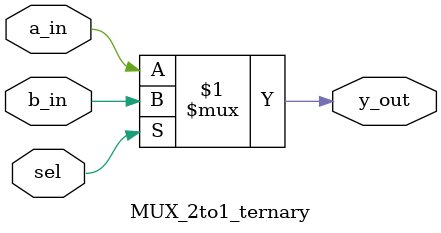
<source format=v>
`timescale 1ns / 1ps


module MUX_2to1_ternary(
    input a_in,
    input b_in,
    input sel,
    output y_out
    );
    
    assign y_out = (sel)?b_in:a_in;
    //assign y_out = in[sel];
endmodule

</source>
